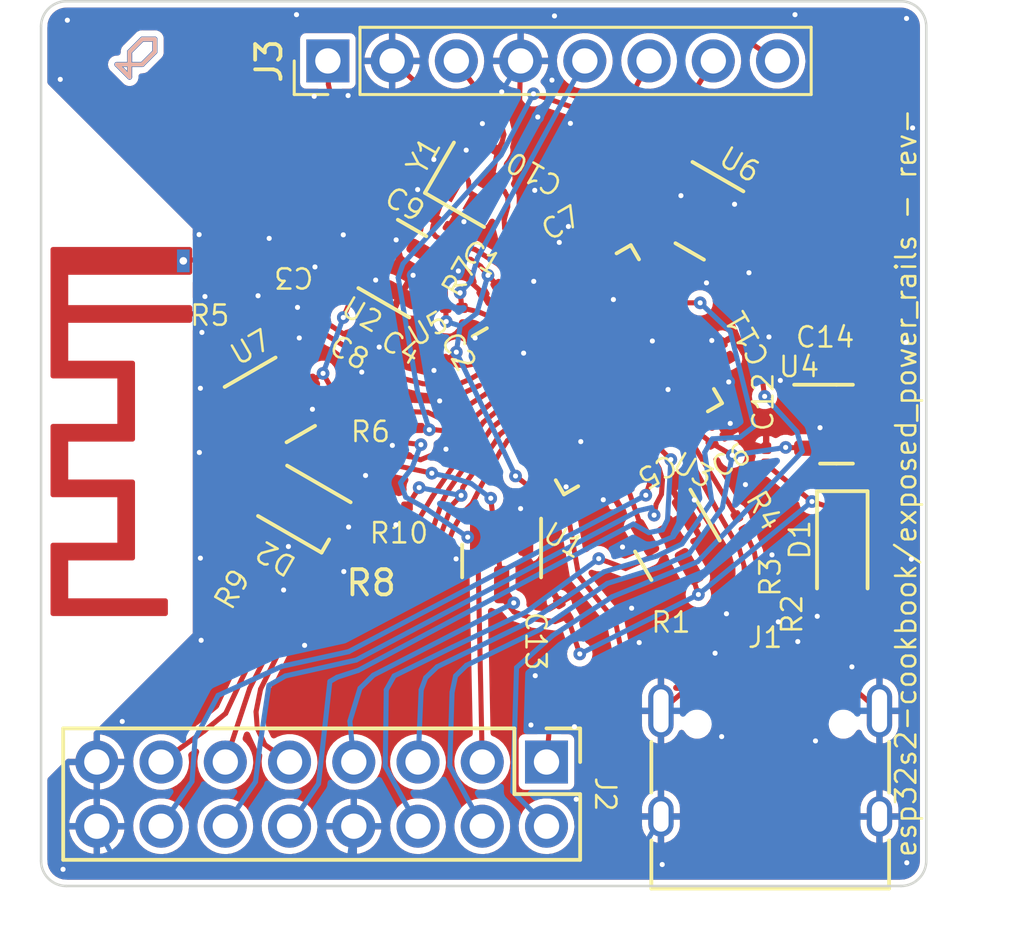
<source format=kicad_pcb>
(kicad_pcb (version 20211014) (generator pcbnew)
  (layers (0 "F.Cu" signal) (31 "B.Cu" signal) (34 "B.Paste" user) (35 "F.Paste" user) (36 "B.SilkS" user "B.Silkscreen") (37 "F.SilkS" user "F.Silkscreen") (38 "B.Mask" user) (39 "F.Mask" user) (44 "Edge.Cuts" user))
  (net 0 "")
  (net 1 "VDDA")
  (net 2 "GND")
  (net 3 "VDD3P3")
  (net 4 "VBUS")
  (net 5 "VDD3P3_RTC")
  (net 6 "VDD3P3_RTC_IO")
  (net 7 "VDD3P3_CPU")
  (net 8 "Net-(C8-Pad1)")
  (net 9 "Net-(C8-Pad2)")
  (net 10 "XTALP")
  (net 11 "XTALN")
  (net 12 "Net-(C11-Pad1)")
  (net 13 "Net-(D1-Pad2)")
  (net 14 "GP1")
  (net 15 "GP2")
  (net 16 "VDDLED")
  (net 17 "GP3")
  (net 18 "Net-(J1-PadA6)")
  (net 19 "Net-(J1-PadB5)")
  (net 21 "Net-(J1-PadA7)")
  (net 22 "Net-(J1-PadA5)")
  (net 24 "GP33")
  (net 25 "GP17")
  (net 26 "GPIO0")
  (net 27 "EN")
  (net 28 "TX")
  (net 29 "GP4")
  (net 30 "RX")
  (net 31 "D-")
  (net 32 "D+")
  (net 60 "Net-(D2-Pad1)")
  (net 61 "Net-(D2-Pad2)")
  (net 62 "Net-(D2-Pad4)")
  (net 64 "GP16")
  (net 65 "GP15")
  (footprint "Capacitor_SMD:C_0201_0603Metric" (layer "F.Cu") (at 115.75 73.39 -150)
    (fp_text reference "C1")
    (fp_text value "1u")
  )
  (footprint "Resistor_SMD:R_0201_0603Metric" (layer "F.Cu") (at 112.15 81.99 180)
    (fp_text reference "R10")
    (fp_text value "100")
  )
  (footprint "localparts:ESP32S2" (layer "F.Cu") (at 119.996096 76.578775 30)
    (fp_text reference "U5")
    (fp_text value "ESP32-S2")
  )
  (footprint "Package_TO_SOT_SMD:SOT-23" (layer "F.Cu") (at 123.16 83.55 -60)
    (fp_text reference "U3")
    (fp_text value "HX6306P332MR")
  )
  (footprint "Capacitor_SMD:C_0201_0603Metric" (layer "F.Cu") (at 125.06 75.81 120)
    (fp_text reference "C11")
    (fp_text value "1u")
  )
  (footprint "Connector_USB:USB_C_Receptacle_HRO_TYPE-C-31-M-12" (layer "F.Cu") (at 126.83 93.2)
    (fp_text reference "J1")
    (fp_text value "USB_C_Receptacle_USB2.0")
  )
  (footprint "Package_TO_SOT_SMD:SOT-23" (layer "F.Cu") (at 107.49 77.77 30)
    (fp_text reference "U7")
    (fp_text value "HX6306P332MR")
  )
  (footprint "Capacitor_SMD:C_0201_0603Metric" (layer "F.Cu") (at 115.77 67.76 -30)
    (fp_text reference "C10")
    (fp_text value "10p")
  )
  (footprint "Capacitor_SMD:C_0201_0603Metric" (layer "F.Cu") (at 107.99 71.88 180)
    (fp_text reference "C3")
    (fp_text value "1u")
  )
  (footprint "Capacitor_SMD:C_0201_0603Metric" (layer "F.Cu") (at 120.93 81.44 -150)
    (fp_text reference "C5")
    (fp_text value "1u")
  )
  (footprint "Resistor_SMD:R_0201_0603Metric" (layer "F.Cu") (at 124.53 86.94 180)
    (fp_text reference "R1")
    (fp_text value "5.1k")
  )
  (footprint "Resistor_SMD:R_0201_0603Metric" (layer "F.Cu") (at 125.67 82.67 -60)
    (fp_text reference "R4")
    (fp_text value "22")
  )
  (footprint "Connector_PinHeader_2.54mm:PinHeader_1x08_P2.54mm_Vertical" (layer "F.Cu") (at 109.34 64.36 90)
    (fp_text reference "J3")
    (fp_text value "XTAP")
  )
  (footprint "Resistor_SMD:R_0201_0603Metric" (layer "F.Cu") (at 106.47 85.79 60)
    (fp_text reference "R9")
    (fp_text value "100")
  )
  (footprint "RF_Antenna:Texas_SWRA117D_2.4GHz_Left" (layer "F.Cu") (at 103.625 74.37 90)
    (fp_text reference "R5")
    (fp_text value "ANT")
  )
  (footprint "Capacitor_SMD:C_0201_0603Metric" (layer "F.Cu") (at 111.64 76.61 -30)
    (fp_text reference "C8")
    (fp_text value "10p")
  )
  (footprint "Package_TO_SOT_SMD:SOT-23" (layer "F.Cu") (at 116.21 84.14 -90)
    (fp_text reference "U1")
    (fp_text value "HX6306P332MR")
  )
  (footprint "Package_TO_SOT_SMD:SOT-23" (layer "F.Cu") (at 129.45 78.73)
    (fp_text reference "U4")
    (fp_text value "HX6306P332MR")
  )
  (footprint "Capacitor_SMD:C_0201_0603Metric" (layer "F.Cu") (at 124.81 79.33 30)
    (fp_text reference "C6")
    (fp_text value "1u")
  )
  (footprint "Capacitor_SMD:C_0201_0603Metric" (layer "F.Cu") (at 113.86 70.78 150)
    (fp_text reference "C9")
    (fp_text value "10p")
  )
  (footprint "LED_SMD:LED_Cree-PLCC4_2x2mm_CW" (layer "F.Cu") (at 108.41 82.09 150)
    (fp_text reference "D2")
    (fp_text value "LED_BGAR")
  )
  (footprint "Capacitor_SMD:C_0201_0603Metric" (layer "F.Cu") (at 113.778779 76.0325 150)
    (fp_text reference "C4")
    (fp_text value "1u")
  )
  (footprint "Resistor_SMD:R_0201_0603Metric" (layer "F.Cu") (at 114.32 74.13)
    (fp_text reference "R7")
    (fp_text value "5.1k")
  )
  (footprint "Capacitor_SMD:C_0201_0603Metric" (layer "F.Cu") (at 126.67 80 90)
    (fp_text reference "C12")
    (fp_text value "1u")
  )
  (footprint "Connector_PinHeader_2.54mm:PinHeader_2x08_P2.54mm_Vertical" (layer "F.Cu") (at 117.984999 92.095 -90)
    (fp_text reference "J2")
    (fp_text value "HEADER")
  )
  (footprint "Resistor_SMD:R_0201_0603Metric" (layer "F.Cu") (at 111.05 83.96 180)
    (fp_text reference "R8")
    (fp_text value "100")
  )
  (footprint "Package_TO_SOT_SMD:SOT-23" (layer "F.Cu") (at 111.89 72.32 150)
    (fp_text reference "U2")
    (fp_text value "HX6306P332MR")
  )
  (footprint "Resistor_SMD:R_0201_0603Metric" (layer "F.Cu") (at 128.64 87.03 90)
    (fp_text reference "R2")
    (fp_text value "5.1k")
  )
  (footprint "Package_TO_SOT_SMD:SOT-23" (layer "F.Cu") (at 124.426899 70.546026 -30)
    (fp_text reference "U6")
    (fp_text value "HX6306P332MR")
  )
  (footprint "Diode_SMD:D_SOD-123F" (layer "F.Cu") (at 129.68 83.58 -90)
    (fp_text reference "D1")
    (fp_text value "D")
  )
  (footprint "Capacitor_SMD:C_0201_0603Metric" (layer "F.Cu") (at 129.68 76.5 180)
    (fp_text reference "C14")
    (fp_text value "1u")
  )
  (footprint "Resistor_SMD:R_0201_0603Metric" (layer "F.Cu") (at 125.82 85.405 90)
    (fp_text reference "R3")
    (fp_text value "22")
  )
  (footprint "Capacitor_SMD:C_0201_0603Metric" (layer "F.Cu") (at 118.99 71.67 -150)
    (fp_text reference "C7")
    (fp_text value "1u")
  )
  (footprint "Resistor_SMD:R_0201_0603Metric" (layer "F.Cu") (at 112.61 78.88)
    (fp_text reference "R6")
    (fp_text value "5.1k")
  )
  (footprint "Crystal:Crystal_SMD_2016-4Pin_2.0x1.6mm" (layer "F.Cu") (at 114.92 69.26 -30)
    (fp_text reference "Y1")
    (fp_text value "40MHz")
  )
  (footprint "Capacitor_SMD:C_0201_0603Metric" (layer "F.Cu") (at 118.6525 86.068779 120)
    (fp_text reference "C13")
    (fp_text value "1u")
  )
  (footprint "Capacitor_SMD:C_0201_0603Metric" (layer "F.Cu") (at 114.27 78.04 120)
    (fp_text reference "C2")
    (fp_text value "1u")
  )
  (gr_line (start 102 63.5) (end 102.5 63.5) (layer "F.Cu") (width 0.2))
  (gr_line (start 102.5 64) (end 102 64.5) (layer "F.Cu") (width 0.2))
  (gr_line (start 102 64.5) (end 101 64.5) (layer "F.Cu") (width 0.2))
  (gr_line (start 101 64.5) (end 101.5 65) (layer "F.Cu") (width 0.2))
  (gr_line (start 101.5 65) (end 101.5 64) (layer "F.Cu") (width 0.2))
  (gr_line (start 102.5 63.5) (end 102.5 64) (layer "F.Cu") (width 0.2))
  (gr_line (start 101.5 64) (end 102 63.5) (layer "F.Cu") (width 0.2))
  (gr_line (start 102 64.5) (end 101 64.5) (layer "B.SilkS") (width 0.15))
  (gr_line (start 101.5 65) (end 101.5 64) (layer "B.SilkS") (width 0.15))
  (gr_line (start 102 63.5) (end 102.5 63.5) (layer "B.SilkS") (width 0.15))
  (gr_line (start 102.5 63.5) (end 102.5 64) (layer "B.SilkS") (width 0.15))
  (gr_line (start 102.5 64) (end 102 64.5) (layer "B.SilkS") (width 0.15))
  (gr_line (start 101.5 64) (end 102 63.5) (layer "B.SilkS") (width 0.15))
  (gr_line (start 101 64.5) (end 101.5 65) (layer "B.SilkS") (width 0.15))
  (gr_line (start 101 64.5) (end 102 64.5) (layer "F.SilkS") (width 0.15))
  (gr_line (start 102 64.5) (end 102.5 64) (layer "F.SilkS") (width 0.15))
  (gr_line (start 101.5 64) (end 101.5 65) (layer "F.SilkS") (width 0.15))
  (gr_line (start 102.5 64) (end 102.5 63.5) (layer "F.SilkS") (width 0.15))
  (gr_line (start 102.5 63.5) (end 102 63.5) (layer "F.SilkS") (width 0.15))
  (gr_line (start 102 63.5) (end 101.5 64) (layer "F.SilkS") (width 0.15))
  (gr_line (start 101 64.5) (end 101.5 65) (layer "F.SilkS") (width 0.15))
  (gr_line (start 99 62) (end 132 62) (layer "Edge.Cuts") (width 0.1))
  (gr_line (start 132 97) (end 99 97) (layer "Edge.Cuts") (width 0.1))
  (gr_arc (start 98 63) (mid 98.292893 62.292893) (end 99 62) (layer "Edge.Cuts") (width 0.1))
  (gr_line (start 98 96) (end 98 63) (layer "Edge.Cuts") (width 0.1))
  (gr_arc (start 99 97) (mid 98.292893 96.707107) (end 98 96) (layer "Edge.Cuts") (width 0.1))
  (gr_arc (start 132 62) (mid 132.707107 62.292893) (end 133 63) (layer "Edge.Cuts") (width 0.1))
  (gr_line (start 133 63) (end 133 96) (layer "Edge.Cuts") (width 0.1))
  (gr_arc (start 133 96) (mid 132.707107 96.707107) (end 132 97) (layer "Edge.Cuts") (width 0.1))
  (gr_text "esp32s2-cookbook/exposed_power_rails - rev-" (at 132.2 81.05 90) (layer "F.SilkS") (effects (font (size 0.8 0.8) (thickness 0.1))))
  (segment (start 101.5 64) (end 101.5 65) (width 0.2) (layer "B.Cu") (net 0))
  (segment (start 101.5 65) (end 101 64.5) (width 0.2) (layer "B.Cu") (net 0))
  (segment (start 102 63.5) (end 101.5 64) (width 0.2) (layer "B.Cu") (net 0))
  (segment (start 101 64.5) (end 102 64.5) (width 0.2) (layer "B.Cu") (net 0))
  (segment (start 102.5 63.5) (end 102 63.5) (width 0.2) (layer "B.Cu") (net 0))
  (segment (start 102.5 64) (end 102.5 63.5) (width 0.2) (layer "B.Cu") (net 0))
  (segment (start 102 64.5) (end 102.5 64) (width 0.2) (layer "B.Cu") (net 0))
  (segment (start 115.67 72.84) (end 116.027128 73.23) (width 0.2) (layer "F.Cu") (net 1))
  (segment (start 114.12 72.26) (end 113.96 72.36) (width 0.2) (layer "F.Cu") (net 1))
  (segment (start 114.055907 76.1925) (end 114.4 76.39) (width 0.2) (layer "F.Cu") (net 1))
  (segment (start 114.99 72.21) (end 114.44 72.11) (width 0.2) (layer "F.Cu") (net 1))
  (segment (start 119.25 89.17) (end 120.48 88.46) (width 0.2) (layer "F.Cu") (net 1))
  (segment (start 114 74.13) (end 114.02 74.67) (width 0.2) (layer "F.Cu") (net 1))
  (segment (start 116.7185 74.501813) (end 116.21 73.61) (width 0.2) (layer "F.Cu") (net 1))
  (segment (start 115.21 76.33) (end 115.719134 76.045859) (width 0.2) (layer "F.Cu") (net 1))
  (segment (start 120.96 87.79) (end 120.71 86.53) (width 0.2) (layer "F.Cu") (net 1))
  (segment (start 117.05 75.08) (end 116.7185 74.501813) (width 0.2) (layer "F.Cu") (net 1))
  (segment (start 117.984999 92.095) (end 118.13 90.39) (width 0.2) (layer "F.Cu") (net 1))
  (segment (start 114.4 76.39) (end 114.81 76.41) (width 0.2) (layer "F.Cu") (net 1))
  (segment (start 114.44 72.11) (end 114.12 72.26) (width 0.2) (layer "F.Cu") (net 1))
  (segment (start 117.05 75.08) (end 117.27 75.11) (width 0.2) (layer "F.Cu") (net 1))
  (segment (start 113.176899 71.966026) (end 113.96 72.36) (width 0.2) (layer "F.Cu") (net 1))
  (segment (start 119.26 84.74) (end 118.89 82.63) (width 0.2) (layer "F.Cu") (net 1))
  (segment (start 114 74.13) (end 113.96 72.36) (width 0.2) (layer "F.Cu") (net 1))
  (segment (start 118.07 74.56) (end 118.01 74.32) (width 0.2) (layer "F.Cu") (net 1))
  (segment (start 117.81 74.85) (end 118.07 74.56) (width 0.2) (layer "F.Cu") (net 1))
  (segment (start 116.21 73.61) (end 116.027128 73.23) (width 0.2) (layer "F.Cu") (net 1))
  (segment (start 118.13 90.39) (end 119.25 89.17) (width 0.2) (layer "F.Cu") (net 1))
  (segment (start 117.27 75.11) (end 117.81 74.85) (width 0.2) (layer "F.Cu") (net 1))
  (segment (start 118.89 82.63) (end 117.99 81.74) (width 0.2) (layer "F.Cu") (net 1))
  (segment (start 118.01 74.32) (end 117.757731 73.901813) (width 0.2) (layer "F.Cu") (net 1))
  (segment (start 120.48 88.46) (end 120.96 87.79) (width 0.2) (layer "F.Cu") (net 1))
  (segment (start 114.055907 76.1925) (end 114.42 75.88) (width 0.2) (layer "F.Cu") (net 1))
  (segment (start 115.38 72.48) (end 114.99 72.21) (width 0.2) (layer "F.Cu") (net 1))
  (segment (start 117.99 81.74) (end 116.76 80.78) (width 0.2) (layer "F.Cu") (net 1))
  (segment (start 115.67 72.84) (end 115.38 72.48) (width 0.2) (layer "F.Cu") (net 1))
  (segment (start 120.71 86.53) (end 119.26 84.74) (width 0.2) (layer "F.Cu") (net 1))
  (segment (start 114.81 76.41) (end 115.21 76.33) (width 0.2) (layer "F.Cu") (net 1))
  (via (at 115.67 72.84) (size 0.5) (drill 0.2) (layers "F.Cu" "B.Cu") (net 1))
  (via (at 114.02 74.67) (size 0.5) (drill 0.2) (layers "F.Cu" "B.Cu") (net 1))
  (via (at 114.42 75.88) (size 0.5) (drill 0.2) (layers "F.Cu" "B.Cu") (net 1))
  (via (at 116.76 80.78) (size 0.5) (drill 0.2) (layers "F.Cu" "B.Cu") (net 1))
  (segment (start 115.23 74.34) (end 115.67 72.84) (width 0.2) (layer "B.Cu") (net 1))
  (segment (start 114.42 75.88) (end 114.57 74.84) (width 0.2) (layer "B.Cu") (net 1))
  (segment (start 114.42 75.88) (end 116.76 80.78) (width 0.2) (layer "B.Cu") (net 1))
  (segment (start 114.57 74.84) (end 115.23 74.34) (width 0.2) (layer "B.Cu") (net 1))
  (segment (start 114.02 74.67) (end 114.57 74.84) (width 0.2) (layer "B.Cu") (net 1))
  (segment (start 117.16 83.2025) (end 116.96 82.07) (width 0.2) (layer "F.Cu") (net 2))
  (segment (start 126.83 78.51) (end 126.68 79.21) (width 0.2) (layer "F.Cu") (net 2))
  (segment (start 114.57 77.56) (end 115.33 77.2) (width 0.2) (layer "F.Cu") (net 2))
  (segment (start 128.5125 77.78) (end 127.72 77.77) (width 0.2) (layer "F.Cu") (net 2))
  (segment (start 111.89 79.57) (end 112.49 79.97) (width 0.2) (layer "F.Cu") (net 2))
  (segment (start 114.93 69.48) (end 115.251218 70.086314) (width 0.2) (layer "F.Cu") (net 2))
  (segment (start 114.9 69.12) (end 114.93 69.48) (width 0.2) (layer "F.Cu") (net 2))
  (segment (start 108.14 74.11) (end 109.49 74.85) (width 0.2) (layer "F.Cu") (net 2))
  (segment (start 115.472872 73.55) (end 116.08 74.17) (width 0.2) (layer "F.Cu") (net 2))
  (segment (start 112.49 79.97) (end 113 80.14) (width 0.2) (layer "F.Cu") (net 2))
  (segment (start 114.588782 68.433686) (end 115.492872 67.6) (width 0.2) (layer "F.Cu") (net 2))
  (segment (start 111.37 75.68) (end 112.01 76.13) (width 0.2) (layer "F.Cu") (net 2))
  (segment (start 123.83 81.73) (end 123.513974 82.263101) (width 0.2) (layer "F.Cu") (net 2))
  (segment (start 113.13 77.7) (end 113.76 77.81) (width 0.2) (layer "F.Cu") (net 2))
  (segment (start 118.104141 73.701813) (end 118.49 74.38) (width 0.2) (layer "F.Cu") (net 2))
  (segment (start 128.5125 77.78) (end 129.36 76.5) (width 0.2) (layer "F.Cu") (net 2))
  (segment (start 114.09 76.81) (end 114.28 76.77) (width 0.2) (layer "F.Cu") (net 2))
  (segment (start 112.26 72.31) (end 112.04 71.44) (width 0.2) (layer "F.Cu") (net 2))
  (segment (start 116.74 70.88) (end 116.95 70.07) (width 0.2) (layer "F.Cu") (net 2))
  (segment (start 128.64 86.71) (end 128.69 86.33) (width 0.2) (layer "F.Cu") (net 2))
  (segment (start 123.3 69.69) (end 124.09 69.254552) (width 0.2) (layer "F.Cu") (net 2))
  (segment (start 114.14 77.85) (end 114.57 77.56) (width 0.2) (layer "F.Cu") (net 2))
  (segment (start 108.21 75.32) (end 109.55 75.84) (width 0.2) (layer "F.Cu") (net 2))
  (segment (start 106.203101 77.416026) (end 108.21 75.32) (width 0.2) (layer "F.Cu") (net 2))
  (segment (start 127.72 77.77) (end 127.1 78.01) (width 0.2) (layer "F.Cu") (net 2))
  (segment (start 118.712872 71.83) (end 118.49 71.54) (width 0.2) (layer "F.Cu") (net 2))
  (segment (start 107.14 78.09) (end 104.26 79.85) (width 0.2) (layer "F.Cu") (net 2))
  (segment (start 127.1 78.01) (end 126.83 78.51) (width 0.2) (layer "F.Cu") (net 2))
  (segment (start 113.501651 75.8725) (end 113.49 76.54) (width 0.2) (layer "F.Cu") (net 2))
  (segment (start 113.72 75.33) (end 113.9 75.23) (width 0.2) (layer "F.Cu") (net 2))
  (segment (start 124.3 71.32) (end 125.99 72.74) (width 0.2) (layer "F.Cu") (net 2))
  (segment (start 130.06 88.33) (end 130.08 89.155) (width 0.2) (layer "F.Cu") (net 2))
  (segment (start 110.68 76.67) (end 111.71 77.34) (width 0.2) (layer "F.Cu") (net 2))
  (segment (start 124.13 86.26) (end 124.56 85.67) (width 0.2) (layer "F.Cu") (net 2))
  (segment (start 117.2 72.61) (end 117.05 72.22) (width 0.2) (layer "F.Cu") (net 2))
  (segment (start 117.69 73.04) (end 117.43 72.77) (width 0.2) (layer "F.Cu") (net 2))
  (segment (start 124.56 85.67) (end 125.13 84.41) (width 0.2) (layer "F.Cu") (net 2))
  (segment (start 130.08 89.155) (end 131.15 90.07) (width 0.2) (layer "F.Cu") (net 2))
  (segment (start 117.05 72.22) (end 116.74 70.88) (width 0.2) (layer "F.Cu") (net 2))
  (segment (start 103.625 72.27) (end 107.67 71.88) (width 0.2) (layer "F.Cu") (net 2))
  (segment (start 116.84 69.2) (end 116.96 64.36) (width 0.2) (layer "F.Cu") (net 2))
  (segment (start 107.98 78.26) (end 107.14 78.09) (width 0.2) (layer "F.Cu") (net 2))
  (segment (start 113.501651 75.8725) (end 113.72 75.33) (width 0.2) (layer "F.Cu") (net 2))
  (segment (start 119.996096 76.578775) (end 120.63 73.8) (width 0.2) (layer "F.Cu") (net 2))
  (segment (start 113.9 75.23) (end 115.16 75.32) (width 0.2) (layer "F.Cu") (net 2))
  (segment (start 114.72 70.72) (end 115.251218 70.086314) (width 0.2) (layer "F.Cu") (net 2))
  (segment (start 119.34 79.42) (end 119.996096 76.578775) (width 0.2) (layer "F.Cu") (net 2))
  (segment (start 125.087128 79.17) (end 126.67 79.68) (width 0.2) (layer "F.Cu") (net 2))
  (segment (start 116.95 70.07) (end 116.84 69.2) (width 0.2) (layer "F.Cu") (net 2))
  (segment (start 100.204999 94.635) (end 100.204999 92.095) (width 0.2) (layer "F.Cu") (net 2))
  (segment (start 109.55 75.84) (end 110.68 76.67) (width 0.2) (layer "F.Cu") (net 2))
  (segment (start 123.3 69.69) (end 124.12 70.87) (width 0.2) (layer "F.Cu") (net 2))
  (segment (start 118.104141 73.701813) (end 117.69 73.04) (width 0.2) (layer "F.Cu") (net 2))
  (segment (start 117.21 75.72) (end 119.996096 76.578775) (width 0.2) (layer "F.Cu") (net 2))
  (segment (start 112.71 72.84) (end 112.26 72.31) (width 0.2) (layer "F.Cu") (net 2))
  (segment (start 113.49 76.54) (end 113.63 76.74) (width 0.2) (layer "F.Cu") (net 2))
  (segment (start 125.087128 79.17) (end 125.25 78.7) (width 0.2) (layer "F.Cu") (net 2))
  (segment (start 116.37209 74.701813) (end 116.84 75.51) (width 0.2) (layer "F.Cu") (net 2))
  (segment (start 115.492872 67.6) (end 111.88 64.36) (width 0.2) (layer "F.Cu") (net 2))
  (segment (start 112.01 76.13) (end 113 76.61) (width 0.2) (layer "F.Cu") (net 2))
  (segment (start 112.226899 73.611474) (end 111.37 75.68) (width 0.2) (layer "F.Cu") (net 2))
  (segment (start 124.21 86.94) (end 124.13 86.26) (width 0.2) (layer "F.Cu") (net 2))
  (segment (start 108.14 74.11) (end 107.67 71.88) (width 0.2) (layer "F.Cu") (net 2))
  (segment (start 120.652872 81.6) (end 120.23 81.72) (width 0.2) (layer "F.Cu") (net 2))
  (segment (start 124.21 86.94) (end 123.67 87.33) (width 0.2) (layer "F.Cu") (net 2))
  (segment (start 118.49 74.38) (end 119.996096 76.578775) (width 0.2) (layer "F.Cu") (net 2))
  (segment (start 125.04 83.65) (end 123.83 81.73) (width 0.2) (layer "F.Cu") (net 2))
  (segment (start 114.588782 68.433686) (end 114.9 69.12) (width 0.2) (layer "F.Cu") (net 2))
  (segment (start 117.26 84.04) (end 117.13 82.8425) (width 0.2) (layer "F.Cu") (net 2))
  (segment (start 111.71 77.34) (end 113.13 77.7) (width 0.2) (layer "F.Cu") (net 2))
  (segment (start 115.472872 73.55) (end 114.5 72.67) (width 0.2) (layer "F.Cu") (net 2))
  (segment (start 120.23 81.72) (end 120.99 83.59) (width 0.2) (layer "F.Cu") (net 2))
  (segment (start 117.43 72.77) (end 117.27 72.68) (width 0.2) (layer "F.Cu") (net 2))
  (segment (start 108.73 78.14) (end 107.98 78.26) (width 0.2) (layer "F.Cu") (net 2))
  (segment (start 116.84 75.51) (end 117.21 75.72) (width 0.2) (layer "F.Cu") (net 2))
  (segment (start 118.4925 85.791651) (end 117.26 84.04) (width 0.2) (layer "F.Cu") (net 2))
  (segment (start 114.137128 70.94) (end 115.251218 70.086314) (width 0.2) (layer "F.Cu") (net 2))
  (segment (start 113 80.14) (end 114.01 79.72) (width 0.2) (layer "F.Cu") (net 2))
  (segment (start 117.08 75.92) (end 119.996096 76.578775) (width 0.2) (layer "F.Cu") (net 2))
  (segment (start 109.94 75.15) (end 111.37 75.68) (width 0.2) (layer "F.Cu") (net 2))
  (segment (start 109.49 74.85) (end 109.94 75.15) (width 0.2) (layer "F.Cu") (net 2))
  (segment (start 114.588782 68.433686) (end 114.81 67.89) (width 0.2) (layer "F.Cu") (net 2))
  (segment (start 122.51 90.07) (end 123.58 89.155) (width 0.2) (layer "F.Cu") (net 2))
  (segment (start 117.27 72.68) (end 117.2 72.61) (width 0.2) (layer "F.Cu") (net 2))
  (segment (start 113 76.61) (end 113.535294 76.604706) (width 0.2) (layer "F.Cu") (net 2))
  (segment (start 112.226899 73.611474) (end 112.71 72.84) (width 0.2) (layer "F.Cu") (net 2))
  (segment (start 113.63 76.74) (end 114.09 76.81) (width 0.2) (layer "F.Cu") (net 2))
  (segment (start 122.79 77.36) (end 119.996096 76.578775) (width 0.2) (layer "F.Cu") (net 2))
  (segment (start 124.12 70.87) (end 124.3 71.32) (width 0.2) (layer "F.Cu") (net 2))
  (segment (start 116.08 74.17) (end 116.37209 74.701813) (width 0.2) (layer "F.Cu") (net 2))
  (segment (start 126.68 79.21) (end 126.67 79.68) (width 0.2) (layer "F.Cu") (net 2))
  (segment (start 125.13 84.41) (end 125.04 83.65) (width 0.2) (layer "F.Cu") (net 2))
  (segment (start 124.9 75.532872) (end 124.52 75.42) (width 0.2) (layer "F.Cu") (net 2))
  (segment (start 123.67 87.33) (end 123.58 89.155) (width 0.2) (layer "F.Cu") (net 2))
  (segment (start 113.76 77.81) (end 114.14 77.85) (width 0.2) (layer "F.Cu") (net 2))
  (via (at 125.99 72.74) (size 0.5) (drill 0.2) (layers "F.Cu" "B.Cu") (net 2))
  (via (at 115.16 75.32) (size 0.5) (drill 0.2) (layers "F.Cu" "B.Cu") (net 2))
  (via (at 113.76 77.81) (size 0.5) (drill 0.2) (layers "F.Cu" "B.Cu") (net 2))
  (via (at 117.52 69.48) (size 0.5) (drill 0.2) (layers "F.Cu" "B.Cu") (net 2))
  (via (at 110.83 80.76) (size 0.5) (drill 0.2) (layers "F.Cu" "B.Cu") (net 2))
  (via (at 116.96 82.07) (size 0.5) (drill 0.2) (layers "F.Cu" "B.Cu") (net 2))
  (via (at 125.1 86.23) (size 0.5) (drill 0.2) (layers "F.Cu" "B.Cu") (net 2))
  (via (at 107.59 85.29) (size 0.5) (drill 0.2) (layers "F.Cu" "B.Cu") (net 2))
  (via (at 125.42 70.03) (size 0.5) (drill 0.2) (layers "F.Cu" "B.Cu") (net 2))
  (via (at 124.31 73.14) (size 0.5) (drill 0.2) (layers "F.Cu" "B.Cu") (net 2))
  (via (at 98.87 96.34) (size 0.5) (drill 0.2) (layers "F.Cu" "B.Cu") (net 2))
  (via (at 127.15 86.55) (size 0.5) (drill 0.2) (layers "F.Cu" "B.Cu") (net 2))
  (via (at 132.22 62.68) (size 0.5) (drill 0.2) (layers "F.Cu" "B.Cu") (net 2))
  (via (at 112.89 69.45) (size 0.5) (drill 0.2) (layers "F.Cu" "B.Cu") (net 2))
  (via (at 119.09 90.7) (size 0.5) (drill 0.2) (layers "F.Cu" "B.Cu") (net 2))
  (via (at 115.449701 66.839701) (size 0.5) (drill 0.2) (layers "F.Cu" "B.Cu") (net 2))
  (via (at 118.49 71.54) (size 0.5) (drill 0.2) (layers "F.Cu" "B.Cu") (net 2))
  (via (at 123.3 69.69) (size 0.5) (drill 0.2) (layers "F.Cu" "B.Cu") (net 2))
  (via (at 116.214314 65.584314) (size 0.5) (drill 0.2) (layers "F.Cu" "B.Cu") (net 2))
  (via (at 104.26 79.85) (size 0.5) (drill 0.2) (layers "F.Cu" "B.Cu") (net 2))
  (via (at 117.64 66.58) (size 0.5) (drill 0.2) (layers "F.Cu" "B.Cu") (net 2))
  (via (at 110.16 82.8) (size 0.5) (drill 0.2) (layers "F.Cu" "B.Cu") (net 2))
  (via (at 118.93 66.83) (size 0.5) (drill 0.2) (layers "F.Cu" "B.Cu") (net 2))
  (via (at 108.73 78.14) (size 0.5) (drill 0.2) (layers "F.Cu" "B.Cu") (net 2))
  (via (at 127.81 62.53) (size 0.5) (drill 0.2) (layers "F.Cu" "B.Cu") (net 2))
  (via (at 118.85 70.91) (size 0.5) (drill 0.2) (layers "F.Cu" "B.Cu") (net 2))
  (via (at 112.71 72.84) (size 0.5) (drill 0.2) (layers "F.Cu" "B.Cu") (net 2))
  (via (at 114.72 70.72) (size 0.5) (drill 0.2) (layers "F.Cu" "B.Cu") (net 2))
  (via (at 132.41 84.07) (size 0.5) (drill 0.2) (layers "F.Cu" "B.Cu") (net 2))
  (via (at 108.21 75.32) (size 0.5) (drill 0.2) (layers "F.Cu" "B.Cu") (net 2))
  (via (at 122.56 96.15) (size 0.5) (drill 0.2) (layers "F.Cu" "B.Cu") (net 2))
  (via (at 108.8 65.76) (size 0.5) (drill 0.2) (layers "F.Cu" "B.Cu") (net 2))
  (via (at 125.19 77.06) (size 0.5) (drill 0.2) (layers "F.Cu" "B.Cu") (net 2))
  (via (at 111.89 79.57) (size 0.5) (drill 0.2) (layers "F.Cu" "B.Cu") (net 2))
  (via (at 132.2 75.49) (size 0.5) (drill 0.2) (layers "F.Cu" "B.Cu") (net 2))
  (via (at 99.04 62.75) (size 0.5) (drill 0.2) (layers "F.Cu" "B.Cu") (net 2))
  (via (at 107.78 83.57) (size 0.5) (drill 0.2) (layers "F.Cu" "B.Cu") (net 2))
  (via (at 104.36 75.1) (size 0.5) (drill 0.2) (layers "F.Cu" "B.Cu") (net 2))
  (via (at 113.53 68.26) (size 0.5) (drill 0.2) (layers "F.Cu" "B.Cu") (net 2))
  (via (at 125.85 81.12) (size 0.5) (drill 0.2) (layers "F.Cu" "B.Cu") (net 2))
  (via (at 112.04 71.44) (size 0.5) (drill 0.2) (layers "F.Cu" "B.Cu") (net 2))
  (via (at 108.42 87.48) (size 0.5) (drill 0.2) (layers "F.Cu" "B.Cu") (net 2))
  (via (at 98.76 65.09) (size 0.5) (drill 0.2) (layers "F.Cu" "B.Cu") (net 2))
  (via (at 132.23 96.08) (size 0.5) (drill 0.2) (layers "F.Cu" "B.Cu") (net 2))
  (via (at 114.01 79.72) (size 0.5) (drill 0.2) (layers "F.Cu" "B.Cu") (net 2))
  (via (at 121.35 86.01) (size 0.5) (drill 0.2) (layers "F.Cu" "B.Cu") (net 2))
  (via (at 125.25 78.7) (size 0.5) (drill 0.2) (layers "F.Cu" "B.Cu") (net 2))
  (via (at 128.69 86.33) (size 0.5) (drill 0.2) (layers "F.Cu" "B.Cu") (net 2))
  (via (at 109.95 71.24) (size 0.5) (drill 0.2) (layers "F.Cu" "B.Cu") (net 2))
  (via (at 108.1 62.53) (size 0.5) (drill 0.2) (layers "F.Cu" "B.Cu") (net 2))
  (via (at 110.68 76.67) (size 0.5) (drill 0.2) (layers "F.Cu" "B.Cu") (net 2))
  (via (at 111.23 73.03) (size 0.5) (drill 0.2) (layers "F.Cu" "B.Cu") (net 2))
  (via (at 101.21 90.49) (size 0.5) (drill 0.2) (layers "F.Cu" "B.Cu") (net 2))
  (via (at 122.79 77.36) (size 0.5) (drill 0.2) (layers "F.Cu" "B.Cu") (net 2))
  (via (at 117.37 90.63) (size 0.5) (drill 0.2) (layers "F.Cu" "B.Cu") (net 2))
  (via (at 120.99 83.59) (size 0.5) (drill 0.2) (layers "F.Cu" "B.Cu") (net 2))
  (via (at 124.65 87.79) (size 0.5) (drill 0.2) (layers "F.Cu" "B.Cu") (net 2))
  (via (at 119.34 79.42) (size 0.5) (drill 0.2) (layers "F.Cu" "B.Cu") (net 2))
  (via (at 119.16 93.57) (size 0.5) (drill 0.2) (layers "F.Cu" "B.Cu") (net 2))
  (via (at 107.02 71.38) (size 0.5) (drill 0.2) (layers "F.Cu" "B.Cu") (net 2))
  (via (at 114.41 84.06) (size 0.5) (drill 0.2) (layers "F.Cu" "B.Cu") (net 2))
  (via (at 120.63 73.8) (size 0.5) (drill 0.2) (layers "F.Cu" "B.Cu") (net 2))
  (via (at 117.54 88.68) (size 0.5) (drill 0.2) (layers "F.Cu" "B.Cu") (net 2))
  (via (at 127.92 87.33) (size 0.5) (drill 0.2) (layers "F.Cu" "B.Cu") (net 2))
  (via (at 126.9 83.9) (size 0.5) (drill 0.2) (layers "F.Cu" "B.Cu") (net 2))
  (via (at 104.25 71.23) (size 0.5) (drill 0.2) (layers "F.Cu" "B.Cu") (net 2))
  (via (at 121.65 87.37) (size 0.5) (drill 0.2) (layers "F.Cu" "B.Cu") (net 2))
  (via (at 109.97 84.56) (size 0.5) (drill 0.2) (layers "F.Cu" "B.Cu") (net 2))
  (via (at 108.14 74.11) (size 0.5) (drill 0.2) (layers "F.Cu" "B.Cu") (net 2))
  (via (at 130.06 88.33) (size 0.5) (drill 0.2) (layers "F.Cu" "B.Cu") (net 2))
  (via (at 114.81 67.89) (size 0.5) (drill 0.2) (layers "F.Cu" "B.Cu") (net 2))
  (via (at 120.23 81.72) (size 0.5) (drill 0.2) (layers "F.Cu" "B.Cu") (net 2))
  (via (at 104.48 73.68) (size 0.5) (drill 0.2) (layers "F.Cu" "B.Cu") (net 2))
  (via (at 117.48 73.08) (size 0.5) (drill 0.2) (layers "F.Cu" "B.Cu") (net 2))
  (via (at 118.3 62.58) (size 0.5) (drill 0.2) (layers "F.Cu" "B.Cu") (net 2))
  (via (at 123.83 81.73) (size 0.5) (drill 0.2) (layers "F.Cu" "B.Cu") (net 2))
  (via (at 126.78 75.28) (size 0.5) (drill 0.2) (layers "F.Cu" "B.Cu") (net 2))
  (via (at 108.83 72.51) (size 0.5) (drill 0.2) (layers "F.Cu" "B.Cu") (net 2))
  (via (at 111.37 75.68) (size 0.5) (drill 0.2) (layers "F.Cu" "B.Cu") (net 2))
  (via (at 112.03 82.71) (size 0.5) (drill 0.2) (layers "F.Cu" "B.Cu") (net 2))
  (via (at 104.3 84.03) (size 0.5) (drill 0.2) (layers "F.Cu" "B.Cu") (net 2))
  (via (at 118.2 65.12) (size 0.5) (drill 0.2) (layers "F.Cu" "B.Cu") (net 2))
  (via (at 106.58 73.65) (size 0.5) (drill 0.2) (layers "F.Cu" "B.Cu") (net 2))
  (via (at 124.91 91.09) (size 0.5) (drill 0.2) (layers "F.Cu" "B.Cu") (net 2))
  (via (at 113.535294 76.604706) (size 0.5) (drill 0.2) (layers "F.Cu" "B.Cu") (net 2))
  (via (at 124.52 75.42) (size 0.5) (drill 0.2) (layers "F.Cu" "B.Cu") (net 2))
  (via (at 104.33 87.28) (size 0.5) (drill 0.2) (layers "F.Cu" "B.Cu") (net 2))
  (via (at 128.62 91.26) (size 0.5) (drill 0.2) (layers "F.Cu" "B.Cu") (net 2))
  (via (at 104.3 77.31) (size 0.5) (drill 0.2) (layers "F.Cu" "B.Cu") (net 2))
  (via (at 128.8 78.87) (size 0.5) (drill 0.2) (layers "F.Cu" "B.Cu") (net 2))
  (via (at 114.5 72.67) (size 0.5) (drill 0.2) (layers "F.Cu" "B.Cu") (net 2))
  (via (at 127.23 77) (size 0.5) (drill 0.2) (layers "F.Cu" "B.Cu") (net 2))
  (via (at 117.08 75.92) (size 0.5) (drill 0.2) (layers "F.Cu" "B.Cu") (net 2))
  (via (at 110.14 65.73) (size 0.5) (drill 0.2) (layers "F.Cu" "B.Cu") (net 2))
  (via (at 122.17 75.44) (size 0.5) (drill 0.2) (layers "F.Cu" "B.Cu") (net 2))
  (via (at 118.76 81.21) (size 0.5) (drill 0.2) (layers "F.Cu" "B.Cu") (net 2))
  (via (at 132.46 67.01) (size 0.5) (drill 0.2) (layers "F.Cu" "B.Cu") (net 2))
  (segment (start 108.21 75.32) (end 108.14 74.11) (width 0.2) (layer "B.Cu") (net 2))
  (segment (start 115.449701 66.839701) (end 116.214314 65.584314) (width 0.2) (layer "B.Cu") (net 2))
  (segment (start 112.71 72.84) (end 114.5 72.67) (width 0.2) (layer "B.Cu") (net 2))
  (segment (start 130.05 88.09) (end 130.06 88.33) (width 0.2) (layer "B.Cu") (net 2))
  (segment (start 124.52 75.42) (end 122.79 77.36) (width 0.2) (layer "B.Cu") (net 2))
  (segment (start 116.96 82.07) (end 120.23 81.72) (width 0.2) (layer "B.Cu") (net 2))
  (segment (start 115.58 80.48) (end 116.46 81.36) (width 0.2) (layer "B.Cu") (net 2))
  (segment (start 100.204999 94.635) (end 100.85 95.85) (width 0.2) (layer "B.Cu") (net 2))
  (segment (start 123 83.18) (end 123.83 81.73) (width 0.2) (layer "B.Cu") (net 2))
  (segment (start 123.83 81.73) (end 122.79 77.36) (width 0.2) (layer "B.Cu") (net 2))
  (segment (start 113.535294 76.604706) (end 113.76 77.81) (width 0.2) (layer "B.Cu") (net 2))
  (segment (start 110.19 95.91) (end 110.364999 94.635) (width 0.2) (layer "B.Cu") (net 2))
  (segment (start 117.46 81.37) (end 118.23 80.29) (width 0.2) (layer "B.Cu") (net 2))
  (segment (start 128.69 86.33) (end 130.05 88.09) (width 0.2) (layer "B.Cu") (net 2))
  (segment (start 114.5 72.67) (end 114.72 70.72) (width 0.2) (layer "B.Cu") (net 2))
  (segment (start 118.23 80.29) (end 119.34 79.42) (width 0.2) (layer "B.Cu") (net 2))
  (segment (start 115.16 75.32) (end 117.08 75.92) (width 0.2) (layer "B.Cu") (net 2))
  (segment (start 125.25 78.7) (end 122.79 77.36) (width 0.2) (layer "B.Cu") (net 2))
  (segment (start 120.23 81.72) (end 119.34 79.42) (width 0.2) (layer "B.Cu") (net 2))
  (segment (start 112.04 71.44) (end 108.14 74.11) (width 0.2) (layer "B.Cu") (net 2))
  (segment (start 111.37 75.68) (end 110.68 76.67) (width 0.2) (layer "B.Cu") (net 2))
  (segment (start 120.99 83.59) (end 122.33 83.46) (width 0.2) (layer "B.Cu") (net 2))
  (segment (start 118.49 71.54) (end 117.48 73.08) (width 0.2) (layer "B.Cu") (net 2))
  (segment (start 116.214314 65.584314) (end 116.96 64.36) (width 0.2) (layer "B.Cu") (net 2))
  (segment (start 122.51 94.25) (end 122.51 90.07) (width 0.2) (layer "B.Cu") (net 2))
  (segment (start 113.76 77.81) (end 115.58 80.48) (width 0.2) (layer "B.Cu") (net 2))
  (segment (start 131.15 94.25) (end 131.15 90.07) (width 0.2) (layer "B.Cu") (net 2))
  (segment (start 122.51 94.25) (end 131.15 94.25) (width 0.2) (layer "B.Cu") (net 2))
  (segment (start 122.33 83.46) (end 123 83.18) (width 0.2) (layer "B.Cu") (net 2))
  (segment (start 120.63 73.8) (end 118.49 71.54) (width 0.2) (layer "B.Cu") (net 2))
  (segment (start 121.52 96.01) (end 122.51 94.25) (width 0.2) (layer "B.Cu") (net 2))
  (segment (start 114.81 67.89) (end 115.449701 66.839701) (width 0.2) (layer "B.Cu") (net 2))
  (segment (start 120.63 73.8) (end 123.3 69.69) (width 0.2) (layer "B.Cu") (net 2))
  (segment (start 116.46 81.36) (end 117.46 81.37) (width 0.2) (layer "B.Cu") (net 2))
  (segment (start 100.85 95.85) (end 110.19 95.91) (width 0.2) (layer "B.Cu") (net 2))
  (segment (start 110.19 95.91) (end 121.52 96.01) (width 0.2) (layer "B.Cu") (net 2))
  (segment (start 114.857128 78.01) (end 115.62 77.51) (width 0.2) (layer "F.Cu") (net 3))
  (segment (start 115.62 77.51) (end 116.319134 77.085089) (width 0.2) (layer "F.Cu") (net 3))
  (segment (start 112.71 78.24) (end 112.32 78.46) (width 0.2) (layer "F.Cu") (net 3))
  (segment (start 112.32 78.46) (end 112.29 78.88) (width 0.2) (layer "F.Cu") (net 3))
  (segment (start 116.319134 77.085089) (end 116.119134 76.738679) (width 0.2) (layer "F.Cu") (net 3))
  (segment (start 115.444999 92.095) (end 115.26 83.2025) (width 0.2) (layer "F.Cu") (net 3))
  (segment (start 113.68 78.45) (end 113.29 78.26) (width 0.2) (layer "F.Cu") (net 3))
  (segment (start 113.02 79.54) (end 112.46 79.47) (width 0.2) (layer "F.Cu") (net 3))
  (segment (start 115.23 82.8425) (end 114.87 83.2) (width 0.2) (layer "F.Cu") (net 3))
  (segment (start 113.29 78.26) (end 112.71 78.24) (width 0.2) (layer "F.Cu") (net 3))
  (segment (start 114.43 78.317128) (end 113.68 78.45) (width 0.2) (layer "F.Cu") (net 3))
  (segment (start 112.46 79.47) (end 112.29 78.88) (width 0.2) (layer "F.Cu") (net 3))
  (segment (start 114.857128 78.01) (end 114.43 78.317128) (width 0.2) (layer "F.Cu") (net 3))
  (via (at 114.87 83.2) (size 0.5) (drill 0.2) (layers "F.Cu" "B.Cu") (net 3))
  (via (at 113.02 79.54) (size 0.5) (drill 0.2) (layers "F.Cu" "B.Cu") (net 3))
  (segment (start 112.21 81.05) (end 112.42 81.62) (width 0.2) (layer "B.Cu") (net 3))
  (segment (start 112.67 80.45) (end 112.21 81.05) (width 0.2) (layer "B.Cu") (net 3))
  (segment (start 112.42 81.62) (end 113.16 82.03) (width 0.2) (layer "B.Cu") (net 3))
  (segment (start 113.16 82.03) (end 114.87 83.2) (width 0.2) (layer "B.Cu") (net 3))
  (segment (start 113.02 79.54) (end 112.67 80.45) (width 0.2) (layer "B.Cu") (net 3))
  (segment (start 130 76.5) (end 130.3875 78.73) (width 0.2) (layer "F.Cu") (net 4))
  (segment (start 116.28 85.66) (end 116.18 84.7175) (width 0.2) (layer "F.Cu") (net 4))
  (segment (start 118.32 86.54) (end 118.8125 86.345907) (width 0.2) (layer "F.Cu") (net 4))
  (segment (start 115.81 81.92) (end 116.18 84.7175) (width 0.2) (layer "F.Cu") (net 4))
  (segment (start 129.47 74.91) (end 128.32 72.95) (width 0.2) (layer "F.Cu") (net 4))
  (segment (start 123.62875 84.361899) (end 123.99 85.47) (width 0.2) (layer "F.Cu") (net 4))
  (segment (start 126.67 80.32) (end 128.48 81.79) (width 0.2) (layer "F.Cu") (net 4))
  (segment (start 128.48 81.79) (end 129.68 82.18) (width 0.2) (layer "F.Cu") (net 4))
  (segment (start 108.31 71.88) (end 111.078101 71.85125) (width 0.2) (layer "F.Cu") (net 4))
  (segment (start 109.95 74.51) (end 111.078101 71.85125) (width 0.2) (layer "F.Cu") (net 4))
  (segment (start 111.91 80.34) (end 113.45 80.67) (width 0.2) (layer "F.Cu") (net 4))
  (segment (start 130 76.5) (end 129.47 74.91) (width 0.2) (layer "F.Cu") (net 4))
  (segment (start 115.78 81.66) (end 115.81 81.92) (width 0.2) (layer "F.Cu") (net 4))
  (segment (start 109.15 76.72) (end 110.59 79.29) (width 0.2) (layer "F.Cu") (net 4))
  (segment (start 116.7 86.16) (end 116.28 85.66) (width 0.2) (layer "F.Cu") (net 4))
  (segment (start 127.16 72.05) (end 125.238798 71.014776) (width 0.2) (layer "F.Cu") (net 4))
  (segment (start 117.51 86.44) (end 118.32 86.54) (width 0.2) (layer "F.Cu") (net 4))
  (segment (start 118.8125 86.345907) (end 119.3 87.82) (width 0.2) (layer "F.Cu") (net 4))
  (segment (start 110.59 79.29) (end 111.91 80.34) (width 0.2) (layer "F.Cu") (net 4))
  (segment (start 108.301899 77.30125) (end 109.15 76.72) (width 0.2) (layer "F.Cu") (net 4))
  (segment (start 128.32 72.95) (end 127.16 72.05) (width 0.2) (layer "F.Cu") (net 4))
  (segment (start 129.68 82.18) (end 130.3875 78.73) (width 0.2) (layer "F.Cu") (net 4))
  (segment (start 116.69 85.8) (end 116.21 85.0775) (width 0.2) (layer "F.Cu") (net 4))
  (segment (start 117.51 86.44) (end 116.7 86.16) (width 0.2) (layer "F.Cu") (net 4))
  (via (at 109.95 74.51) (size 0.5) (drill 0.2) (layers "F.Cu" "B.Cu") (net 4))
  (via (at 128.48 81.79) (size 0.5) (drill 0.2) (layers "F.Cu" "B.Cu") (net 4))
  (via (at 116.69 85.8) (size 0.5) (drill 0.2) (layers "F.Cu" "B.Cu") (net 4))
  (via (at 109.15 76.72) (size 0.5) (drill 0.2) (layers "F.Cu" "B.Cu") (net 4))
  (via (at 113.45 80.67) (size 0.5) (drill 0.2) (layers "F.Cu" "B.Cu") (net 4))
  (via (at 119.3 87.82) (size 0.5) (drill 0.2) (layers "F.Cu" "B.Cu") (net 4))
  (via (at 123.99 85.47) (size 0.5) (drill 0.2) (layers "F.Cu" "B.Cu") (net 4))
  (via (at 115.78 81.66) (size 0.5) (drill 0.2) (layers "F.Cu" "B.Cu") (net 4))
  (segment (start 114.25 80.84) (end 113.45 80.67) (width 0.2) (layer "B.Cu") (net 4))
  (segment (start 119.3 87.82) (end 123.99 85.47) (width 0.2) (layer "B.Cu") (net 4))
  (segment (start 123.99 85.47) (end 128.48 81.79) (width 0.2) (layer "B.Cu") (net 4))
  (segment (start 110.61 89.18) (end 111.14 88.66) (width 0.2) (layer "B.Cu") (net 4))
  (segment (start 109.15 76.72) (end 109.95 74.51) (width 0.2) (layer "B.Cu") (net 4))
  (segment (start 111.14 88.66) (end 116.69 85.8) (width 0.2) (layer "B.Cu") (net 4))
  (segment (start 115.01 81.08) (end 114.25 80.84) (width 0.2) (layer "B.Cu") (net 4))
  (segment (start 110.364999 92.095) (end 110.21 90.48) (width 0.2) (layer "B.Cu") (net 4))
  (segment (start 115.78 81.66) (end 115.01 81.08) (width 0.2) (layer "B.Cu") (net 4))
  (segment (start 110.21 90.48) (end 110.61 89.18) (width 0.2) (layer "B.Cu") (net 4))
  (segment (start 121.62 80.97) (end 121.69 80.75) (width 0.2) (layer "F.Cu") (net 5))
  (segment (start 121.207128 81.28) (end 121.62 80.97) (width 0.2) (layer "F.Cu") (net 5))
  (segment (start 121.207128 81.28) (end 121.868526 83.213101) (width 0.2) (layer "F.Cu") (net 5))
  (segment (start 121.11 84.44) (end 120.36 84.16) (width 0.2) (layer "F.Cu") (net 5))
  (segment (start 120.36 84.16) (end 120.05 84.05) (width 0.2) (layer "F.Cu") (net 5))
  (segment (start 121.868526 83.213101) (end 122.09 83.99) (width 0.2) (layer "F.Cu") (net 5))
  (segment (start 121.69 80.75) (end 121.195231 79.855737) (width 0.2) (layer "F.Cu") (net 5))
  (segment (start 122.09 83.99) (end 121.11 84.44) (width 0.2) (layer "F.Cu") (net 5))
  (via (at 120.05 84.05) (size 0.5) (drill 0.2) (layers "F.Cu" "B.Cu") (net 5))
  (segment (start 116.63 86.42) (end 114.27 87.55) (width 0.2) (layer "B.Cu") (net 5))
  (segment (start 111.61 92.27) (end 112.904999 94.635) (width 0.2) (layer "B.Cu") (net 5))
  (segment (start 117.16 86.17) (end 116.63 86.42) (width 0.2) (layer "B.Cu") (net 5))
  (segment (start 120.05 84.05) (end 117.16 86.17) (width 0.2) (layer "B.Cu") (net 5))
  (segment (start 111.96 88.69) (end 111.65 89.24) (width 0.2) (layer "B.Cu") (net 5))
  (segment (start 111.65 89.24) (end 111.61 92.27) (width 0.2) (layer "B.Cu") (net 5))
  (segment (start 114.27 87.55) (end 111.96 88.69) (width 0.2) (layer "B.Cu") (net 5))
  (segment (start 123.96 79.04) (end 123.620102 78.455737) (width 0.2) (layer "F.Cu") (net 6))
  (segment (start 128.5125 79.68) (end 127.44 79.65) (width 0.2) (layer "F.Cu") (net 6))
  (segment (start 124.532872 79.49) (end 123.96 79.04) (width 0.2) (layer "F.Cu") (net 6))
  (segment (start 125.33 79.96) (end 124.532872 79.49) (width 0.2) (layer "F.Cu") (net 6))
  (via (at 127.44 79.65) (size 0.5) (drill 0.2) (layers "F.Cu" "B.Cu") (net 6))
  (via (at 125.33 79.96) (size 0.5) (drill 0.2) (layers "F.Cu" "B.Cu") (net 6))
  (segment (start 117.73 86.85) (end 114.82 88.27) (width 0.2) (layer "B.Cu") (net 6))
  (segment (start 127.44 79.65) (end 125.33 79.96) (width 0.2) (layer "B.Cu") (net 6))
  (segment (start 125.33 79.96) (end 124.94 82.03) (width 0.2) (layer "B.Cu") (net 6))
  (segment (start 124.94 82.03) (end 123.61 83.87) (width 0.2) (layer "B.Cu") (net 6))
  (segment (start 114.25 89.34) (end 114.16 92.25) (width 0.2) (layer "B.Cu") (net 6))
  (segment (start 120.39 85.03) (end 117.73 86.85) (width 0.2) (layer "B.Cu") (net 6))
  (segment (start 114.39 88.69) (end 114.25 89.34) (width 0.2) (layer "B.Cu") (net 6))
  (segment (start 123.61 83.87) (end 122.44 84.39) (width 0.2) (layer "B.Cu") (net 6))
  (segment (start 122.44 84.39) (end 120.39 85.03) (width 0.2) (layer "B.Cu") (net 6))
  (segment (start 114.16 92.25) (end 115.444999 94.635) (width 0.2) (layer "B.Cu") (net 6))
  (segment (start 114.82 88.27) (end 114.39 88.69) (width 0.2) (layer "B.Cu") (net 6))
  (segment (start 119.147128 71.53) (end 119.6 72.28) (width 0.2) (layer "F.Cu") (net 7))
  (segment (start 126.41 76.17) (end 126.61 77.63) (width 0.2) (layer "F.Cu") (net 7))
  (segment (start 123.14 70.9) (end 124.97 72.77) (width 0.2) (layer "F.Cu") (net 7))
  (segment (start 121.65 70.29) (end 121.16 70.45) (width 0.2) (layer "F.Cu") (net 7))
  (segment (start 123.14 70.9) (end 122.39 70.46) (width 0.2) (layer "F.Cu") (net 7))
  (segment (start 121.16 70.45) (end 119.267128 71.51) (width 0.2) (layer "F.Cu") (net 7))
  (segment (start 119.6 72.28) (end 119.836192 72.701813) (width 0.2) (layer "F.Cu") (net 7))
  (segment (start 124.97 72.77) (end 126.41 76.17) (width 0.2) (layer "F.Cu") (net 7))
  (segment (start 122.39 70.46) (end 121.65 70.29) (width 0.2) (layer "F.Cu") (net 7))
  (via (at 126.61 77.63) (size 0.5) (drill 0.2) (layers "F.Cu" "B.Cu") (net 7))
  (segment (start 127.89 79.03) (end 128.1 79.81) (width 0.2) (layer "B.Cu") (net 7))
  (segment (start 126.61 77.63) (end 127.89 79.03) (width 0.2) (layer "B.Cu") (net 7))
  (segment (start 123.96 84.17) (end 120.58 85.56) (width 0.2) (layer "B.Cu") (net 7))
  (segment (start 128.1 79.81) (end 123.96 84.17) (width 0.2) (layer "B.Cu") (net 7))
  (segment (start 120.58 85.56) (end 118.23 87.09) (width 0.2) (layer "B.Cu") (net 7))
  (segment (start 116.8 88.36) (end 116.67 92.59) (width 0.2) (layer "B.Cu") (net 7))
  (segment (start 118.23 87.09) (end 116.8 88.36) (width 0.2) (layer "B.Cu") (net 7))
  (segment (start 116.67 92.59) (end 116.65 93.26) (width 0.2) (layer "B.Cu") (net 7))
  (segment (start 116.65 93.26) (end 117.984999 94.635) (width 0.2) (layer "B.Cu") (net 7))
  (segment (start 108.29 74.72) (end 106.79 74.37) (width 0.2) (layer "F.Cu") (net 8))
  (segment (start 109.32 75.23) (end 108.29 74.72) (width 0.2) (layer "F.Cu") (net 8))
  (segment (start 105.07 74.35) (end 103.625 74.37) (width 0.2) (layer "F.Cu") (net 8))
  (segment (start 106.79 74.37) (end 105.07 74.35) (width 0.2) (layer "F.Cu") (net 8))
  (segment (start 111.362872 76.45) (end 109.32 75.23) (width 0.2) (layer "F.Cu") (net 8))
  (segment (start 113.91 77.21) (end 113.1 77.13) (width 0.2) (layer "F.Cu") (net 9))
  (segment (start 115.919134 76.392269) (end 114.96 76.95) (width 0.2) (layer "F.Cu") (net 9))
  (segment (start 112.26 76.91) (end 111.917128 76.77) (width 0.2) (layer "F.Cu") (net 9))
  (segment (start 114.96 76.95) (end 114.52 77.14) (width 0.2) (layer "F.Cu") (net 9))
  (segment (start 114.52 77.14) (end 113.91 77.21) (width 0.2) (layer "F.Cu") (net 9))
  (segment (start 113.1 77.13) (end 112.26 76.91) (width 0.2) (layer "F.Cu") (net 9))
  (segment (start 113.5 70.88) (end 113.582872 70.62) (width 0.2) (layer "F.Cu") (net 10))
  (segment (start 114.038782 69.386314) (end 112.89 68.62) (width 0.2) (layer "F.Cu") (net 10))
  (segment (start 109.72 66.39) (end 109.5 65.89) (width 0.2) (layer "F.Cu") (net 10))
  (segment (start 117.06491 74.301813) (end 116.61 73.52) (width 0.2) (layer "F.Cu") (net 10))
  (segment (start 116.43 72.82) (end 116.08 72.41) (width 0.2) (layer "F.Cu") (net 10))
  (segment (start 109.5 65.89) (end 109.36 65.29) (width 0.2) (layer "F.Cu") (net 10))
  (segment (start 115.16 71.82) (end 114.38 71.58) (width 0.2) (layer "F.Cu") (net 10))
  (segment (start 113.46 71.11) (end 113.5 70.88) (width 0.2) (layer "F.Cu") (net 10))
  (segment (start 112.89 68.62) (end 111.49 67.68) (width 0.2) (layer "F.Cu") (net 10))
  (segment (start 116.61 73.52) (end 116.57 73.19) (width 0.2) (layer "F.Cu") (net 10))
  (segment (start 116.08 72.41) (end 115.16 71.82) (width 0.2) (layer "F.Cu") (net 10))
  (segment (start 113.87 71.45) (end 113.6 71.3) (width 0.2) (layer "F.Cu") (net 10))
  (segment (start 110.06 66.72) (end 109.72 66.39) (width 0.2) (layer "F.Cu") (net 10))
  (segment (start 114.38 71.58) (end 113.87 71.45) (width 0.2) (layer "F.Cu") (net 10))
  (segment (start 109.36 65.29) (end 109.34 64.36) (width 0.2) (layer "F.Cu") (net 10))
  (segment (start 111.49 67.68) (end 110.06 66.72) (width 0.2) (layer "F.Cu") (net 10))
  (segment (start 116.57 73.19) (end 116.43 72.82) (width 0.2) (layer "F.Cu") (net 10))
  (segment (start 113.6 71.3) (end 113.46 71.11) (width 0.2) (layer "F.Cu") (net 10))
  (segment (start 113.582872 70.62) (end 114.038782 69.386314) (width 0.2) (layer "F.Cu") (net 10))
  (segment (start 116.87 72.8) (end 116.7 72.42) (width 0.2) (layer "F.Cu") (net 11))
  (segment (start 116.23 67.57) (end 116.3 67.27) (width 0.2) (layer "F.Cu") (net 11))
  (segment (start 117.411321 74.101813) (end 117.04 73.48) (width 0.2) (layer "F.Cu") (net 11))
  (segment (start 116.047128 67.92) (end 116.23 67.57) (width 0.2) (layer "F.Cu") (net 11))
  (segment (start 116.32 69.51) (end 115.801218 69.133686) (width 0.2) (layer "F.Cu") (net 11))
  (segment (start 116.3 67.27) (end 116.19 66.84) (width 0.2) (layer "F.Cu") (net 11))
  (segment (start 115.801218 69.133686) (end 116.047128 67.92) (width 0.2) (layer "F.Cu") (net 11))
  (segment (start 116.95 73.17) (end 116.87 72.8) (width 0.2) (layer "F.Cu") (net 11))
  (segment (start 116.19 66.84) (end 114.42 64.36) (width 0.2) (layer "F.Cu") (net 11))
  (segment (start 116.33 70.98) (end 116.31 70.66) (width 0.2) (layer "F.Cu") (net 11))
  (segment (start 116.46 69.77) (end 116.32 69.51) (width 0.2) (layer "F.Cu") (net 11))
  (segment (start 116.7 72.42) (end 116.33 70.98) (width 0.2) (layer "F.Cu") (net 11))
  (segment (start 116.31 70.66) (end 116.45 70.14) (width 0.2) (layer "F.Cu") (net 11))
  (segment (start 116.45 70.14) (end 116.46 69.77) (width 0.2) (layer "F.Cu") (net 11))
  (segment (start 117.04 73.48) (end 116.95 73.17) (width 0.2) (layer "F.Cu") (net 11))
  (segment (start 124.073058 76.765281) (end 125.22 76.087128) (width 0.2) (layer "F.Cu") (net 12))
  (segment (start 126.6 90.69) (end 125.85 90.66) (width 0.2) (layer "F.Cu") (net 13))
  (segment (start 129.28 89.155) (end 129.29 86.1) (width 0.2) (layer "F.Cu") (net 13))
  (segment (start 124.52 90.15) (end 124.38 89.155) (width 0.2) (layer "F.Cu") (net 13))
  (segment (start 129.28 89.155) (end 129.07 90.26) (width 0.2) (layer "F.Cu") (net 13))
  (segment (start 129.29 86.1) (end 129.68 84.98) (width 0.2) (layer "F.Cu") (net 13))
  (segment (start 129.07 90.26) (end 126.6 90.69) (width 0.2) (layer "F.Cu") (net 13))
  (segment (start 125.85 90.66) (end 124.52 90.15) (width 0.2) (layer "F.Cu") (net 13))
  (segment (start 116.13 78.12) (end 115.48 78.66) (width 0.2) (layer "F.Cu") (net 14))
  (segment (start 115.48 78.66) (end 113.47 81.6) (width 0.2) (layer "F.Cu") (net 14))
  (segment (start 113.47 81.6) (end 112.55 83.13) (width 0.2) (layer "F.Cu") (net 14))
  (segment (start 112.55 83.13) (end 111.37 83.96) (width 0.2) (layer "F.Cu") (net 14))
  (segment (start 116.719134 77.77791) (end 116.13 78.12) (width 0.2) (layer "F.Cu") (net 14))
  (segment (start 107.606486 86.026486) (end 107.22 86.16) (width 0.2) (layer "F.Cu") (net 15))
  (segment (start 113.84 81.85) (end 114.13 81.31) (width 0.2) (layer "F.Cu") (net 15))
  (segment (start 106.57 86.21) (end 106.31 86.067128) (width 0.2) (layer "F.Cu") (net 15))
  (segment (start 102.744999 92.095) (end 104.45 90.87) (width 0.2) (layer "F.Cu") (net 15))
  (segment (start 107.22 86.16) (end 106.57 86.21) (width 0.2) (layer "F.Cu") (net 15))
  (segment (start 107.33 86.33) (end 107.606486 86.026486) (width 0.2) (layer "F.Cu") (net 15))
  (segment (start 110.84 85.02) (end 109.72 85.44) (width 0.2) (layer "F.Cu") (net 15))
  (segment (start 104.45 90.87) (end 105.300815 90.170815) (width 0.2) (layer "F.Cu") (net 15))
  (segment (start 109.72 85.44) (end 108.32 85.78) (width 0.2) (layer "F.Cu") (net 15))
  (segment (start 108.32 85.78) (end 107.606486 86.026486) (width 0.2) (layer "F.Cu") (net 15))
  (segment (start 113.45 82.98) (end 112.56 84.04) (width 0.2) (layer "F.Cu") (net 15))
  (segment (start 113.45 82.98) (end 113.84 81.85) (width 0.2) (layer "F.Cu") (net 15))
  (segment (start 105.92 88.85) (end 106.59 87.49) (width 0.2) (layer "F.Cu") (net 15))
  (segment (start 115.84 78.85) (end 116.33 78.48) (width 0.2) (layer "F.Cu") (net 15))
  (segment (start 114.13 81.31) (end 115.41 79.46) (width 0.2) (layer "F.Cu") (net 15))
  (segment (start 106.98 86.78) (end 107.33 86.33) (width 0.2) (layer "F.Cu") (net 15))
  (segment (start 112.56 84.04) (end 110.84 85.02) (width 0.2) (layer "F.Cu") (net 15))
  (segment (start 115.41 79.46) (end 115.84 78.85) (width 0.2) (layer "F.Cu") (net 15))
  (segment (start 106.59 87.49) (end 106.98 86.78) (width 0.2) (layer "F.Cu") (net 15))
  (segment (start 116.33 78.48) (end 116.919134 78.12432) (width 0.2) (layer "F.Cu") (net 15))
  (segment (start 105.92 88.85) (end 105.300815 90.170815) (width 0.2) (layer "F.Cu") (net 15))
  (segment (start 107.153101 79.061474) (end 108.035481 81.238686) (width 0.2) (layer "F.Cu") (net 16))
  (segment (start 109.87 85.79) (end 111.16 85.31) (width 0.2) (layer "F.Cu") (net 17))
  (segment (start 114.68 81.22) (end 115.93 79.47) (width 0.2) (layer "F.Cu") (net 17))
  (segment (start 114.61 81.55) (end 114.24 81.94) (width 0.2) (layer "F.Cu") (net 17))
  (segment (start 114.24 81.94) (end 113.760464 83.220464) (width 0.2) (layer "F.Cu") (net 17))
  (segment (start 115.93 79.47) (end 116.13 79.14) (width 0.2) (layer "F.Cu") (net 17))
  (segment (start 105.284999 92.095) (end 106.25 89.18) (width 0.2) (layer "F.Cu") (net 17))
  (segment (start 112.47 81.99) (end 112.95 81.24) (width 0.2) (layer "F.Cu") (net 17))
  (segment (start 116.59 78.78) (end 117.119134 78.47073) (width 0.2) (layer "F.Cu") (net 17))
  (segment (start 114.61 81.55) (end 114.68 81.22) (width 0.2) (layer "F.Cu") (net 17))
  (segment (start 106.25 89.18) (end 107.24 87.23) (width 0.2) (layer "F.Cu") (net 17))
  (segment (start 111.16 85.31) (end 112.87 84.34) (width 0.2) (layer "F.Cu") (net 17))
  (segment (start 109.147056 85.977056) (end 109.87 85.79) (width 0.2) (layer "F.Cu") (net 17))
  (segment (start 107.86 86.49) (end 109.147056 85.977056) (width 0.2) (layer "F.Cu") (net 17))
  (segment (start 112.87 84.34) (end 113.760464 83.220464) (width 0.2) (layer "F.Cu") (net 17))
  (segment (start 107.24 87.23) (end 107.86 86.49) (width 0.2) (layer "F.Cu") (net 17))
  (segment (start 116.13 79.14) (end 116.59 78.78) (width 0.2) (layer "F.Cu") (net 17))
  (via (at 112.95 81.24) (size 0.5) (drill 0.2) (layers "F.Cu" "B.Cu") (net 17))
  (via (at 114.61 81.55) (size 0.5) (drill 0.2) (layers "F.Cu" "B.Cu") (net 17))
  (segment (start 112.95 81.24) (end 114.61 81.55) (width 0.2) (layer "B.Cu") (net 17))
  (segment (start 126.526797 86.913203) (end 126.44 84.98) (width 0.2) (layer "F.Cu") (net 18))
  (segment (start 127.58 89.155) (end 127.55 87.94) (width 0.2) (layer "F.Cu") (net 18))
  (segment (start 127.4 87.67) (end 126.526797 86.913203) (width 0.2) (layer "F.Cu") (net 18))
  (segment (start 126.55 87.43) (end 126.526797 86.913203) (width 0.2) (layer "F.Cu") (net 18))
  (segment (start 127.55 87.94) (end 127.4 87.67) (width 0.2) (layer "F.Cu") (net 18))
  (segment (start 126.44 84.98) (end 126.2 83.79) (width 0.2) (layer "F.Cu") (net 18))
  (segment (start 126.2 83.79) (end 125.83 82.947128) (width 0.2) (layer "F.Cu") (net 18))
  (segment (start 126.58 89.155) (end 126.55 87.43) (width 0.2) (layer "F.Cu") (net 18))
  (segment (start 128.58 88.11) (end 128.58 89.155) (width 0.2) (layer "F.Cu") (net 19))
  (segment (start 128.64 87.35) (end 128.58 88.11) (width 0.2) (layer "F.Cu") (net 19))
  (segment (start 126.49 90.31) (end 126.94 90.2) (width 0.2) (layer "F.Cu") (net 21))
  (segment (start 126.94 90.2) (end 127.07 89.91) (width 0.2) (layer "F.Cu") (net 21))
  (segment (start 125.9 86.41) (end 125.82 85.725) (width 0.2) (layer "F.Cu") (net 21))
  (segment (start 126.08 89.155) (end 126.07 88.18) (width 0.2) (layer "F.Cu") (net 21))
  (segment (start 126.11 90.08) (end 126.23 90.26) (width 0.2) (layer "F.Cu") (net 21))
  (segment (start 127.07 89.91) (end 127.08 89.155) (width 0.2) (layer "F.Cu") (net 21))
  (segment (start 126.07 88.18) (end 125.9 86.41) (width 0.2) (layer "F.Cu") (net 21))
  (segment (start 126.23 90.26) (end 126.49 90.31) (width 0.2) (layer "F.Cu") (net 21))
  (segment (start 126.08 89.155) (end 126.11 90.08) (width 0.2) (layer "F.Cu") (net 21))
  (segment (start 125.54 87.78) (end 125.33 87.15) (width 0.2) (layer "F.Cu") (net 22))
  (segment (start 125.58 89.155) (end 125.54 87.78) (width 0.2) (layer "F.Cu") (net 22))
  (segment (start 125.33 87.15) (end 124.85 86.94) (width 0.2) (layer "F.Cu") (net 22))
  (segment (start 122.673058 74.34041) (end 123.35 73.93) (width 0.2) (layer "F.Cu") (net 24))
  (segment (start 123.35 73.93) (end 124.06 73.93) (width 0.2) (layer "F.Cu") (net 24))
  (via (at 124.06 73.93) (size 0.5) (drill 0.2) (layers "F.Cu" "B.Cu") (net 24))
  (segment (start 124.06 73.93) (end 125.25 75.06) (width 0.2) (layer "B.Cu") (net 24))
  (segment (start 124.54 79.31) (end 124.24 79.85) (width 0.2) (layer "B.Cu") (net 24))
  (segment (start 113.66 88.33) (end 113.21 88.76) (width 0.2) (layer "B.Cu") (net 24))
  (segment (start 125.25 75.06) (end 126.19 78.82) (width 0.2) (layer "B.Cu") (net 24))
  (segment (start 117.35 86.53) (end 113.66 88.33) (width 0.2) (layer "B.Cu") (net 24))
  (segment (start 126.19 78.82) (end 125.63 79.25) (width 0.2) (layer "B.Cu") (net 24))
  (segment (start 125.63 79.25) (end 124.54 79.31) (width 0.2) (layer "B.Cu") (net 24))
  (segment (start 124.52 81.78) (end 123.34 83.47) (width 0.2) (layer "B.Cu") (net 24))
  (segment (start 113.03 89.24) (end 112.904999 92.095) (width 0.2) (layer "B.Cu") (net 24))
  (segment (start 123.34 83.47) (end 122.34 83.95) (width 0.2) (layer "B.Cu") (net 24))
  (segment (start 113.21 88.76) (end 113.03 89.24) (width 0.2) (layer "B.Cu") (net 24))
  (segment (start 120.26 84.57) (end 117.35 86.53) (width 0.2) (layer "B.Cu") (net 24))
  (segment (start 122.34 83.95) (end 120.26 84.57) (width 0.2) (layer "B.Cu") (net 24))
  (segment (start 124.24 79.85) (end 124.52 81.78) (width 0.2) (layer "B.Cu") (net 24))
  (segment (start 122.234461 79.255737) (end 122.57 79.8) (width 0.2) (layer "F.Cu") (net 25))
  (segment (start 122.57 79.8) (end 122.9 80.13) (width 0.2) (layer "F.Cu") (net 25))
  (via (at 122.9 80.13) (size 0.5) (drill 0.2) (layers "F.Cu" "B.Cu") (net 25))
  (segment (start 110.54 88.47) (end 109.71 88.74) (width 0.2) (layer "B.Cu") (net 25))
  (segment (start 122.57 82.91) (end 122.03 83.02) (width 0.2) (layer "B.Cu") (net 25))
  (segment (start 109.42 88.91) (end 108.97 92.95) (width 0.2) (layer "B.Cu") (net 25))
  (segment (start 121.42 82.68) (end 110.54 88.47) (width 0.2) (layer "B.Cu") (net 25))
  (segment (start 109.71 88.74) (end 109.42 88.91) (width 0.2) (layer "B.Cu") (net 25))
  (segment (start 108.97 92.95) (end 107.824999 94.635) (width 0.2) (layer "B.Cu") (net 25))
  (segment (start 122.77 82.51) (end 122.57 82.91) (width 0.2) (layer "B.Cu") (net 25))
  (segment (start 122.9 80.13) (end 122.77 82.51) (width 0.2) (layer "B.Cu") (net 25))
  (segment (start 122.03 83.02) (end 121.42 82.68) (width 0.2) (layer "B.Cu") (net 25))
  (segment (start 115.63 78.04) (end 115.14 78.45) (width 0.2) (layer "F.Cu") (net 26))
  (segment (start 115.14 78.45) (end 114.44 78.93) (width 0.2) (layer "F.Cu") (net 26))
  (segment (start 119.42 66.33) (end 121.23 65.96) (width 0.2) (layer "F.Cu") (net 26))
  (segment (start 121.23 65.96) (end 122.04 64.36) (width 0.2) (layer "F.Cu") (net 26))
  (segment (start 117.47 65.66) (end 119.42 66.33) (width 0.2) (layer "F.Cu") (net 26))
  (segment (start 114.44 78.93) (end 113.92 78.99) (width 0.2) (layer "F.Cu") (net 26))
  (segment (start 113.587 78.953) (end 113.35 78.95) (width 0.2) (layer "F.Cu") (net 26))
  (segment (start 113.92 78.99) (end 113.587 78.953) (width 0.2) (layer "F.Cu") (net 26))
  (segment (start 116.519134 77.4315) (end 116 77.73) (width 0.2) (layer "F.Cu") (net 26))
  (segment (start 116 77.73) (end 115.63 78.04) (width 0.2) (layer "F.Cu") (net 26))
  (segment (start 113.587 78.953) (end 112.93 78.88) (width 0.2) (layer "F.Cu") (net 26))
  (via (at 113.35 78.95) (size 0.5) (drill 0.2) (layers "F.Cu" "B.Cu") (net 26))
  (via (at 117.47 65.66) (size 0.5) (drill 0.2) (layers "F.Cu" "B.Cu") (net 26))
  (segment (start 112.12 72.93) (end 112.56 75.54) (width 0.2) (layer "B.Cu") (net 26))
  (segment (start 117.47 65.66) (end 116.19 68.08) (width 0.2) (layer "B.Cu") (net 26))
  (segment (start 112.31 72.39) (end 112.12 72.93) (width 0.2) (layer "B.Cu") (net 26))
  (segment (start 116.19 68.08) (end 112.31 72.39) (width 0.2) (layer "B.Cu") (net 26))
  (segment (start 112.56 75.54) (end 112.89 77.47) (width 0.2) (layer "B.Cu") (net 26))
  (segment (start 112.89 77.47) (end 113.35 78.95) (width 0.2) (layer "B.Cu") (net 26))
  (segment (start 114.64 74.13) (end 114.57 73.53) (width 0.2) (layer "F.Cu") (net 27))
  (segment (start 115.31 74.29) (end 115.78 74.49) (width 0.2) (layer "F.Cu") (net 27))
  (segment (start 115.78 74.49) (end 116.02568 74.901813) (width 0.2) (layer "F.Cu") (net 27))
  (segment (start 114.64 74.13) (end 115.31 74.29) (width 0.2) (layer "F.Cu") (net 27))
  (via (at 114.57 73.53) (size 0.5) (drill 0.2) (layers "F.Cu" "B.Cu") (net 27))
  (segment (start 114.99 73.08) (end 115.26 72.15) (width 0.2) (layer "B.Cu") (net 27))
  (segment (start 115.26 72.15) (end 119.5 64.36) (width 0.2) (layer "B.Cu") (net 27))
  (segment (start 114.57 73.53) (end 114.99 73.08) (width 0.2) (layer "B.Cu") (net 27))
  (segment (start 118.4 72.63) (end 118.25 72.4) (width 0.2) (layer "F.Cu") (net 28))
  (segment (start 118.25 72.4) (end 117.93 72.1) (width 0.2) (layer "F.Cu") (net 28))
  (segment (start 118.796961 73.301813) (end 118.4 72.63) (width 0.2) (layer "F.Cu") (net 28))
  (segment (start 117.85 71.7) (end 117.98 70.9) (width 0.2) (layer "F.Cu") (net 28))
  (segment (start 117.93 72.1) (end 117.85 71.7) (width 0.2) (layer "F.Cu") (net 28))
  (segment (start 123.56 65.98) (end 124.58 64.36) (width 0.2) (layer "F.Cu") (net 28))
  (segment (start 118.53 70.18) (end 123.56 65.98) (width 0.2) (layer "F.Cu") (net 28))
  (segment (start 117.98 70.9) (end 118.53 70.18) (width 0.2) (layer "F.Cu") (net 28))
  (segment (start 106.85 91.41) (end 107.824999 92.095) (width 0.2) (layer "F.Cu") (net 29))
  (segment (start 107.99 86.98) (end 107.44 87.69) (width 0.2) (layer "F.Cu") (net 29))
  (segment (start 108.87 86.57) (end 107.99 86.98) (width 0.2) (layer "F.Cu") (net 29))
  (segment (start 107.44 87.69) (end 106.68 89.21) (width 0.2) (layer "F.Cu") (net 29))
  (segment (start 114.78 82.13) (end 114.57 82.4) (width 0.2) (layer "F.Cu") (net 29))
  (segment (start 116.14 79.85) (end 115.4 81.16) (width 0.2) (layer "F.Cu") (net 29))
  (segment (start 115.4 81.16) (end 115.17 81.62) (width 0.2) (layer "F.Cu") (net 29))
  (segment (start 106.5 90.11) (end 106.55 90.76) (width 0.2) (layer "F.Cu") (net 29))
  (segment (start 106.55 90.76) (end 106.85 91.41) (width 0.2) (layer "F.Cu") (net 29))
  (segment (start 113.1 84.7) (end 111.43 85.64) (width 0.2) (layer "F.Cu") (net 29))
  (segment (start 114.57 82.4) (end 114.32 82.84) (width 0.2) (layer "F.Cu") (net 29))
  (segment (start 111.43 85.64) (end 109.66 86.32) (width 0.2) (layer "F.Cu") (net 29))
  (segment (start 115.04 81.87) (end 114.78 82.13) (width 0.2) (layer "F.Cu") (net 29))
  (segment (start 115.17 81.62) (end 115.04 81.87) (width 0.2) (layer "F.Cu") (net 29))
  (segment (start 114.09 83.41) (end 113.1 84.7) (width 0.2) (layer "F.Cu") (net 29))
  (segment (start 114.32 82.84) (end 114.09 83.41) (width 0.2) (layer "F.Cu") (net 29))
  (segment (start 116.44 79.38) (end 116.14 79.85) (width 0.2) (layer "F.Cu") (net 29))
  (segment (start 117.319134 78.81714) (end 116.44 79.38) (width 0.2) (layer "F.Cu") (net 29))
  (segment (start 109.66 86.32) (end 108.87 86.57) (width 0.2) (layer "F.Cu") (net 29))
  (segment (start 106.68 89.21) (end 106.5 90.11) (width 0.2) (layer "F.Cu") (net 29))
  (segment (start 123.53 63.58) (end 123.77 63.32) (width 0.2) (layer "F.Cu") (net 30))
  (segment (start 117.57 70.26) (end 123.01 65.77) (width 0.2) (layer "F.Cu") (net 30))
  (segment (start 123.31 64.26) (end 123.53 63.58) (width 0.2) (layer "F.Cu") (net 30))
  (segment (start 118.03 72.78) (end 117.75 72.51) (width 0.2) (layer "F.Cu") (net 30))
  (segment (start 123.34 65.2) (end 123.31 64.26) (width 0.2) (layer "F.Cu") (net 30))
  (segment (start 117.29 70.97) (end 117.57 70.26) (width 0.2) (layer "F.Cu") (net 30))
  (segment (start 123.77 63.32) (end 124.25 63.1) (width 0.2) (layer "F.Cu") (net 30))
  (segment (start 117.43 71.97) (end 117.29 70.97) (width 0.2) (layer "F.Cu") (net 30))
  (segment (start 124.95 63.04) (end 125.48 63.27) (width 0.2) (layer "F.Cu") (net 30))
  (segment (start 117.57 72.36) (end 117.43 71.97) (width 0.2) (layer "F.Cu") (net 30))
  (segment (start 118.450551 73.501813) (end 118.03 72.78) (width 0.2) (layer "F.Cu") (net 30))
  (segment (start 125.48 63.27) (end 127.12 64.36) (width 0.2) (layer "F.Cu") (net 30))
  (segment (start 124.25 63.1) (end 124.95 63.04) (width 0.2) (layer "F.Cu") (net 30))
  (segment (start 117.75 72.51) (end 117.57 72.36) (width 0.2) (layer "F.Cu") (net 30))
  (segment (start 123.01 65.77) (end 123.34 65.2) (width 0.2) (layer "F.Cu") (net 30))
  (segment (start 124.83 82.32) (end 123.6 80.02) (width 0.2) (layer "F.Cu") (net 31))
  (segment (start 125.61 83.68) (end 124.83 82.32) (width 0.2) (layer "F.Cu") (net 31))
  (segment (start 125.8 84.35) (end 125.61 83.68) (width 0.2) (layer "F.Cu") (net 31))
  (segment (start 123.6 80.02) (end 122.927282 78.855737) (width 0.2) (layer "F.Cu") (net 31))
  (segment (start 125.82 85.085) (end 125.8 84.35) (width 0.2) (layer "F.Cu") (net 31))
  (segment (start 124.05 79.98) (end 125.51 82.392872) (width 0.2) (layer "F.Cu") (net 32))
  (segment (start 123.273692 78.655737) (end 124.05 79.98) (width 0.2) (layer "F.Cu") (net 32))
  (segment (start 110.73 83.96) (end 108.784519 82.941314) (width 0.2) (layer "F.Cu") (net 60))
  (segment (start 107.485481 82.191314) (end 106.63 85.512872) (width 0.2) (layer "F.Cu") (net 61))
  (segment (start 109.334519 81.988686) (end 111.83 81.99) (width 0.2) (layer "F.Cu") (net 62))
  (segment (start 122.44 80.49) (end 121.888051 79.455737) (width 0.2) (layer "F.Cu") (net 64))
  (segment (start 122.24 82.33) (end 122.32 81.9) (width 0.2) (layer "F.Cu") (net 64))
  (segment (start 122.53 81.5) (end 122.57 80.94) (width 0.2) (layer "F.Cu") (net 64))
  (segment (start 122.32 81.9) (end 122.53 81.5) (width 0.2) (layer "F.Cu") (net 64))
  (segment (start 122.57 80.94) (end 122.44 80.49) (width 0.2) (layer "F.Cu") (net 64))
  (via (at 122.24 82.33) (size 0.5) (drill 0.2) (layers "F.Cu" "B.Cu") (net 64))
  (segment (start 105.284999 94.635) (end 106.48 92.87) (width 0.2) (layer "B.Cu") (net 64))
  (segment (start 121.62 82.15) (end 122.14 82.03) (width 0.2) (layer "B.Cu") (net 64))
  (segment (start 106.66 91.4) (end 107.01 89.06) (width 0.2) (layer "B.Cu") (net 64))
  (segment (start 107.66 88.69) (end 110.46 88.06) (width 0.2) (layer "B.Cu") (net 64))
  (segment (start 122.14 82.03) (end 122.24 82.33) (width 0.2) (layer "B.Cu") (net 64))
  (segment (start 107.01 89.06) (end 107.66 88.69) (width 0.2) (layer "B.Cu") (net 64))
  (segment (start 106.48 92.87) (end 106.66 91.4) (width 0.2) (layer "B.Cu") (net 64))
  (segment (start 110.46 88.06) (end 121.62 82.15) (width 0.2) (layer "B.Cu") (net 64))
  (segment (start 121.92 80.37) (end 122.08 80.69) (width 0.2) (layer "F.Cu") (net 65))
  (segment (start 121.541641 79.655737) (end 121.92 80.37) (width 0.2) (layer "F.Cu") (net 65))
  (segment (start 122.08 80.69) (end 122.06 81.08) (width 0.2) (layer "F.Cu") (net 65))
  (segment (start 122.06 81.08) (end 121.91 81.54) (width 0.2) (layer "F.Cu") (net 65))
  (via (at 121.91 81.54) (size 0.5) (drill 0.2) (layers "F.Cu" "B.Cu") (net 65))
  (segment (start 107.52 88.31) (end 105 89.46) (width 0.2) (layer "B.Cu") (net 65))
  (segment (start 104.09 91.17) (end 103.97 92.86) (width 0.2) (layer "B.Cu") (net 65))
  (segment (start 105 89.46) (end 104.09 91.17) (width 0.2) (layer "B.Cu") (net 65))
  (segment (start 110.16 87.73) (end 107.52 88.31) (width 0.2) (layer "B.Cu") (net 65))
  (segment (start 121.91 81.54) (end 110.16 87.73) (width 0.2) (layer "B.Cu") (net 65))
  (segment (start 103.97 92.86) (end 102.744999 94.635) (width 0.2) (layer "B.Cu") (net 65))
  (zone (net 2) (net_name "GND") (layers F&B.Cu) (connect_pads (clearance 0.25)) (min_thickness 0.25) (fill yes (thermal_gap 0.25) (thermal_bridge_width 0.25))
    (polygon (pts (xy 133 97) (xy 98 97) (xy 98 62) (xy 133 62)))
  )
  (zone (net 0) (net_name "") (layers F&B.Cu) (connect_pads (clearance 0)) (min_thickness 0.254)
    (keepout (tracks allowed) (vias allowed) (pads allowed) (copperpour not_allowed) (footprints not_allowed))
    (fill (thermal_gap 0.508) (thermal_bridge_width 0.508))
    (polygon (pts (xy 104 71) (xy 104 87) (xy 98 93) (xy 98 65)))
  )
)
</source>
